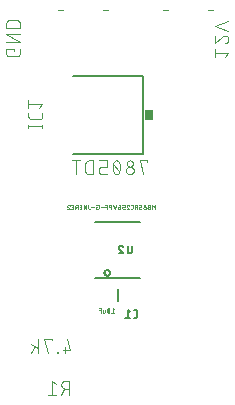
<source format=gbr>
G04 EAGLE Gerber RS-274X export*
G75*
%MOIN*%
%FSLAX34Y34*%
%LPD*%
%INSilkscreen Bottom*%
%IPPOS*%
%AMOC8*
5,1,8,0,0,1.08239X$1,22.5*%
G01*
%ADD10C,0.004000*%
%ADD11C,0.000000*%
%ADD12C,0.008000*%
%ADD13C,0.006000*%
%ADD14C,0.002000*%
%ADD15R,0.030000X0.034000*%


D10*
X22087Y26933D02*
X22189Y27061D01*
X21729Y27061D01*
X21729Y26933D02*
X21729Y27189D01*
X22074Y27639D02*
X22094Y27637D01*
X22113Y27632D01*
X22132Y27624D01*
X22148Y27612D01*
X22162Y27598D01*
X22174Y27582D01*
X22182Y27563D01*
X22187Y27544D01*
X22189Y27524D01*
X22190Y27524D02*
X22188Y27501D01*
X22183Y27478D01*
X22174Y27457D01*
X22162Y27437D01*
X22147Y27419D01*
X22129Y27404D01*
X22109Y27392D01*
X22088Y27383D01*
X21984Y27601D02*
X21999Y27614D01*
X22016Y27625D01*
X22035Y27633D01*
X22054Y27637D01*
X22074Y27639D01*
X21985Y27600D02*
X21729Y27383D01*
X21729Y27639D01*
X21729Y27961D02*
X22189Y27808D01*
X22189Y28114D02*
X21729Y27961D01*
D11*
X21656Y28490D02*
X21659Y28500D01*
X21654Y28497D02*
X21656Y28490D01*
X21652Y28490D02*
X21654Y28497D01*
X21650Y28500D02*
X21652Y28490D01*
X21646Y28490D02*
X21646Y28500D01*
X21647Y28490D02*
X21645Y28490D01*
X21647Y28500D02*
X21645Y28500D01*
X21641Y28500D02*
X21641Y28490D01*
X21641Y28500D02*
X21638Y28500D01*
X21636Y28499D01*
X21635Y28498D01*
X21635Y28496D01*
X21636Y28495D01*
X21638Y28494D01*
X21641Y28494D01*
X21638Y28494D02*
X21636Y28490D01*
X21632Y28490D02*
X21627Y28490D01*
X21632Y28490D02*
X21632Y28500D01*
X21627Y28500D01*
X21629Y28496D02*
X21632Y28496D01*
X21624Y28500D02*
X21624Y28490D01*
X21624Y28500D02*
X21621Y28500D01*
X21619Y28499D01*
X21618Y28498D01*
X21618Y28496D01*
X21619Y28495D01*
X21621Y28494D01*
X21624Y28494D01*
X21616Y28490D02*
X21613Y28500D01*
X21609Y28490D01*
X21610Y28493D02*
X21615Y28493D01*
X21606Y28490D02*
X21606Y28500D01*
X21603Y28500D01*
X21602Y28500D01*
X21600Y28499D01*
X21600Y28497D01*
X21600Y28493D01*
X21600Y28492D01*
X21602Y28490D01*
X21603Y28490D01*
X21606Y28490D01*
X21594Y28490D02*
X21593Y28490D01*
X21592Y28491D01*
X21592Y28492D01*
X21594Y28490D02*
X21596Y28490D01*
X21598Y28491D01*
X21597Y28498D02*
X21597Y28499D01*
X21596Y28500D01*
X21595Y28500D01*
X21593Y28499D01*
X21596Y28496D02*
X21597Y28497D01*
X21597Y28498D01*
X21593Y28494D02*
X21592Y28493D01*
X21592Y28492D01*
X21593Y28494D02*
X21596Y28496D01*
X21588Y28500D02*
X21588Y28490D01*
X21585Y28494D02*
X21588Y28500D01*
X21585Y28494D02*
X21581Y28500D01*
X21581Y28490D01*
X21577Y28490D02*
X21577Y28500D01*
X21574Y28500D01*
X21573Y28500D01*
X21571Y28499D01*
X21571Y28497D01*
X21572Y28497D02*
X21572Y28493D01*
X21571Y28493D02*
X21571Y28492D01*
X21573Y28490D01*
X21574Y28490D01*
X21577Y28490D01*
X21565Y28501D02*
X21564Y28501D01*
X21562Y28500D01*
X21562Y28498D01*
X21565Y28500D02*
X21567Y28499D01*
X21568Y28498D01*
X21563Y28496D02*
X21562Y28497D01*
X21562Y28498D01*
X21563Y28496D02*
X21568Y28490D01*
X21562Y28490D01*
X21559Y28490D02*
X21559Y28490D01*
X21559Y28491D01*
X21559Y28491D01*
X21559Y28490D01*
X21559Y28488D01*
X21555Y28490D02*
X21552Y28490D01*
X21551Y28490D01*
X21550Y28491D01*
X21550Y28492D01*
X21550Y28493D01*
X21550Y28494D01*
X21551Y28495D01*
X21552Y28495D01*
X21552Y28496D02*
X21555Y28496D01*
X21555Y28500D01*
X21550Y28500D01*
X21544Y28500D02*
X21546Y28492D01*
X21541Y28492D01*
X21542Y28494D02*
X21542Y28490D01*
X21537Y28494D02*
X21531Y28494D01*
X21527Y28490D02*
X21524Y28490D01*
X21523Y28490D01*
X21522Y28491D01*
X21522Y28492D01*
X21522Y28493D01*
X21522Y28494D01*
X21523Y28495D01*
X21524Y28495D01*
X21524Y28496D02*
X21527Y28496D01*
X21527Y28500D01*
X21522Y28500D01*
X21518Y28490D02*
X21518Y28490D01*
X21518Y28491D01*
X21518Y28491D01*
X21518Y28490D01*
X21519Y28488D01*
X21514Y28495D02*
X21513Y28499D01*
X21514Y28499D02*
X21513Y28500D01*
X21512Y28500D01*
X21511Y28500D01*
X21510Y28499D01*
X21509Y28495D01*
X21513Y28491D02*
X21514Y28495D01*
X21514Y28491D02*
X21513Y28490D01*
X21512Y28490D01*
X21510Y28491D02*
X21509Y28495D01*
X21510Y28491D02*
X21511Y28490D01*
X21512Y28490D01*
X21514Y28492D02*
X21510Y28498D01*
X21506Y28493D02*
X21505Y28495D01*
X21504Y28496D01*
X21502Y28496D01*
X21501Y28495D01*
X21500Y28493D01*
X21501Y28491D01*
X21502Y28490D01*
X21504Y28490D01*
X21505Y28491D01*
X21506Y28493D01*
X21505Y28498D02*
X21505Y28499D01*
X21504Y28500D01*
X21502Y28500D01*
X21501Y28499D01*
X21501Y28498D01*
X21501Y28497D01*
X21502Y28496D01*
X21504Y28496D01*
X21505Y28497D01*
X21505Y28498D01*
D12*
X18500Y19200D02*
X18500Y18800D01*
D13*
X19025Y18235D02*
X19083Y18235D01*
X19096Y18236D01*
X19108Y18241D01*
X19119Y18248D01*
X19128Y18257D01*
X19135Y18268D01*
X19140Y18280D01*
X19141Y18293D01*
X19141Y18437D01*
X19140Y18450D01*
X19135Y18462D01*
X19128Y18473D01*
X19119Y18482D01*
X19108Y18489D01*
X19096Y18494D01*
X19083Y18495D01*
X19025Y18495D01*
X18899Y18437D02*
X18827Y18495D01*
X18827Y18235D01*
X18899Y18235D02*
X18755Y18235D01*
D14*
X18365Y18519D02*
X18326Y18550D01*
X18326Y18410D01*
X18365Y18410D02*
X18287Y18410D01*
X18221Y18480D02*
X18220Y18497D01*
X18216Y18514D01*
X18209Y18530D01*
X18205Y18538D01*
X18199Y18545D01*
X18191Y18549D01*
X18182Y18550D01*
X18173Y18549D01*
X18165Y18545D01*
X18159Y18538D01*
X18155Y18530D01*
X18156Y18530D02*
X18149Y18514D01*
X18145Y18497D01*
X18144Y18480D01*
X18221Y18480D02*
X18220Y18463D01*
X18216Y18446D01*
X18209Y18430D01*
X18205Y18422D01*
X18199Y18415D01*
X18191Y18411D01*
X18182Y18410D01*
X18156Y18430D02*
X18149Y18446D01*
X18145Y18463D01*
X18144Y18480D01*
X18155Y18430D02*
X18159Y18422D01*
X18165Y18415D01*
X18173Y18411D01*
X18182Y18410D01*
X18213Y18441D02*
X18151Y18519D01*
X18074Y18503D02*
X18074Y18433D01*
X18072Y18424D01*
X18067Y18417D01*
X18060Y18412D01*
X18051Y18410D01*
X18012Y18410D01*
X18012Y18503D01*
X17937Y18550D02*
X17937Y18410D01*
X17937Y18550D02*
X17875Y18550D01*
X17875Y18488D02*
X17937Y18488D01*
D11*
X18156Y28490D02*
X18159Y28500D01*
X18154Y28497D02*
X18156Y28490D01*
X18152Y28490D02*
X18154Y28497D01*
X18150Y28500D02*
X18152Y28490D01*
X18146Y28490D02*
X18146Y28500D01*
X18147Y28490D02*
X18145Y28490D01*
X18147Y28500D02*
X18145Y28500D01*
X18141Y28500D02*
X18141Y28490D01*
X18141Y28500D02*
X18138Y28500D01*
X18136Y28499D01*
X18135Y28498D01*
X18135Y28496D01*
X18136Y28495D01*
X18138Y28494D01*
X18141Y28494D01*
X18138Y28494D02*
X18136Y28490D01*
X18132Y28490D02*
X18127Y28490D01*
X18132Y28490D02*
X18132Y28500D01*
X18127Y28500D01*
X18129Y28496D02*
X18132Y28496D01*
X18124Y28500D02*
X18124Y28490D01*
X18124Y28500D02*
X18121Y28500D01*
X18119Y28499D01*
X18118Y28498D01*
X18118Y28496D01*
X18119Y28495D01*
X18121Y28494D01*
X18124Y28494D01*
X18116Y28490D02*
X18113Y28500D01*
X18109Y28490D01*
X18110Y28493D02*
X18115Y28493D01*
X18106Y28490D02*
X18106Y28500D01*
X18103Y28500D01*
X18102Y28500D01*
X18100Y28499D01*
X18100Y28497D01*
X18100Y28493D01*
X18100Y28492D01*
X18102Y28490D01*
X18103Y28490D01*
X18106Y28490D01*
X18094Y28490D02*
X18093Y28490D01*
X18092Y28491D01*
X18092Y28492D01*
X18094Y28490D02*
X18096Y28490D01*
X18098Y28491D01*
X18097Y28498D02*
X18097Y28499D01*
X18096Y28500D01*
X18095Y28500D01*
X18093Y28499D01*
X18096Y28496D02*
X18097Y28497D01*
X18097Y28498D01*
X18093Y28494D02*
X18092Y28493D01*
X18092Y28492D01*
X18093Y28494D02*
X18096Y28496D01*
X18088Y28500D02*
X18088Y28490D01*
X18085Y28494D02*
X18088Y28500D01*
X18085Y28494D02*
X18081Y28500D01*
X18081Y28490D01*
X18077Y28490D02*
X18077Y28500D01*
X18074Y28500D01*
X18073Y28500D01*
X18071Y28499D01*
X18071Y28497D01*
X18072Y28497D02*
X18072Y28493D01*
X18071Y28493D02*
X18071Y28492D01*
X18073Y28490D01*
X18074Y28490D01*
X18077Y28490D01*
X18065Y28501D02*
X18064Y28501D01*
X18062Y28500D01*
X18062Y28498D01*
X18065Y28500D02*
X18067Y28499D01*
X18068Y28498D01*
X18063Y28496D02*
X18062Y28497D01*
X18062Y28498D01*
X18063Y28496D02*
X18068Y28490D01*
X18062Y28490D01*
X18059Y28490D02*
X18059Y28490D01*
X18059Y28491D01*
X18059Y28491D01*
X18059Y28490D01*
X18059Y28488D01*
X18055Y28490D02*
X18052Y28490D01*
X18051Y28490D01*
X18050Y28491D01*
X18050Y28492D01*
X18050Y28493D01*
X18050Y28494D01*
X18051Y28495D01*
X18052Y28495D01*
X18052Y28496D02*
X18055Y28496D01*
X18055Y28500D01*
X18050Y28500D01*
X18044Y28500D02*
X18046Y28492D01*
X18041Y28492D01*
X18042Y28494D02*
X18042Y28490D01*
X18037Y28494D02*
X18031Y28494D01*
X18027Y28490D02*
X18024Y28490D01*
X18023Y28490D01*
X18022Y28491D01*
X18022Y28492D01*
X18022Y28493D01*
X18022Y28494D01*
X18023Y28495D01*
X18024Y28495D01*
X18024Y28496D02*
X18027Y28496D01*
X18027Y28500D01*
X18022Y28500D01*
X18018Y28490D02*
X18018Y28490D01*
X18018Y28491D01*
X18018Y28491D01*
X18018Y28490D01*
X18019Y28488D01*
X18014Y28495D02*
X18013Y28499D01*
X18014Y28499D02*
X18013Y28500D01*
X18012Y28500D01*
X18011Y28500D01*
X18010Y28499D01*
X18009Y28495D01*
X18013Y28491D02*
X18014Y28495D01*
X18014Y28491D02*
X18013Y28490D01*
X18012Y28490D01*
X18010Y28491D02*
X18009Y28495D01*
X18010Y28491D02*
X18011Y28490D01*
X18012Y28490D01*
X18014Y28492D02*
X18010Y28498D01*
X18006Y28493D02*
X18005Y28495D01*
X18004Y28496D01*
X18002Y28496D01*
X18001Y28495D01*
X18000Y28493D01*
X18001Y28491D01*
X18002Y28490D01*
X18004Y28490D01*
X18005Y28491D01*
X18006Y28493D01*
X18005Y28498D02*
X18005Y28499D01*
X18004Y28500D01*
X18002Y28500D01*
X18001Y28499D01*
X18001Y28498D01*
X18001Y28497D01*
X18002Y28496D01*
X18004Y28496D01*
X18005Y28497D01*
X18005Y28498D01*
X20156Y28490D02*
X20159Y28500D01*
X20154Y28497D02*
X20156Y28490D01*
X20152Y28490D02*
X20154Y28497D01*
X20150Y28500D02*
X20152Y28490D01*
X20146Y28490D02*
X20146Y28500D01*
X20147Y28490D02*
X20145Y28490D01*
X20147Y28500D02*
X20145Y28500D01*
X20141Y28500D02*
X20141Y28490D01*
X20141Y28500D02*
X20138Y28500D01*
X20136Y28499D01*
X20135Y28498D01*
X20135Y28496D01*
X20136Y28495D01*
X20138Y28494D01*
X20141Y28494D01*
X20138Y28494D02*
X20136Y28490D01*
X20132Y28490D02*
X20127Y28490D01*
X20132Y28490D02*
X20132Y28500D01*
X20127Y28500D01*
X20129Y28496D02*
X20132Y28496D01*
X20124Y28500D02*
X20124Y28490D01*
X20124Y28500D02*
X20121Y28500D01*
X20119Y28499D01*
X20118Y28498D01*
X20118Y28496D01*
X20119Y28495D01*
X20121Y28494D01*
X20124Y28494D01*
X20116Y28490D02*
X20113Y28500D01*
X20109Y28490D01*
X20110Y28493D02*
X20115Y28493D01*
X20106Y28490D02*
X20106Y28500D01*
X20103Y28500D01*
X20102Y28500D01*
X20100Y28499D01*
X20100Y28497D01*
X20100Y28493D01*
X20100Y28492D01*
X20102Y28490D01*
X20103Y28490D01*
X20106Y28490D01*
X20094Y28490D02*
X20093Y28490D01*
X20092Y28491D01*
X20092Y28492D01*
X20094Y28490D02*
X20096Y28490D01*
X20098Y28491D01*
X20097Y28498D02*
X20097Y28499D01*
X20096Y28500D01*
X20095Y28500D01*
X20093Y28499D01*
X20096Y28496D02*
X20097Y28497D01*
X20097Y28498D01*
X20093Y28494D02*
X20092Y28493D01*
X20092Y28492D01*
X20093Y28494D02*
X20096Y28496D01*
X20088Y28500D02*
X20088Y28490D01*
X20085Y28494D02*
X20088Y28500D01*
X20085Y28494D02*
X20081Y28500D01*
X20081Y28490D01*
X20077Y28490D02*
X20077Y28500D01*
X20074Y28500D01*
X20073Y28500D01*
X20071Y28499D01*
X20071Y28497D01*
X20072Y28497D02*
X20072Y28493D01*
X20071Y28493D02*
X20071Y28492D01*
X20073Y28490D01*
X20074Y28490D01*
X20077Y28490D01*
X20065Y28501D02*
X20064Y28501D01*
X20062Y28500D01*
X20062Y28498D01*
X20065Y28500D02*
X20067Y28499D01*
X20068Y28498D01*
X20063Y28496D02*
X20062Y28497D01*
X20062Y28498D01*
X20063Y28496D02*
X20068Y28490D01*
X20062Y28490D01*
X20059Y28490D02*
X20059Y28490D01*
X20059Y28491D01*
X20059Y28491D01*
X20059Y28490D01*
X20059Y28488D01*
X20055Y28490D02*
X20052Y28490D01*
X20051Y28490D01*
X20050Y28491D01*
X20050Y28492D01*
X20050Y28493D01*
X20050Y28494D01*
X20051Y28495D01*
X20052Y28495D01*
X20052Y28496D02*
X20055Y28496D01*
X20055Y28500D01*
X20050Y28500D01*
X20044Y28500D02*
X20046Y28492D01*
X20041Y28492D01*
X20042Y28494D02*
X20042Y28490D01*
X20037Y28494D02*
X20031Y28494D01*
X20027Y28490D02*
X20024Y28490D01*
X20023Y28490D01*
X20022Y28491D01*
X20022Y28492D01*
X20022Y28493D01*
X20022Y28494D01*
X20023Y28495D01*
X20024Y28495D01*
X20024Y28496D02*
X20027Y28496D01*
X20027Y28500D01*
X20022Y28500D01*
X20018Y28490D02*
X20018Y28490D01*
X20018Y28491D01*
X20018Y28491D01*
X20018Y28490D01*
X20019Y28488D01*
X20014Y28495D02*
X20013Y28499D01*
X20014Y28499D02*
X20013Y28500D01*
X20012Y28500D01*
X20011Y28500D01*
X20010Y28499D01*
X20009Y28495D01*
X20013Y28491D02*
X20014Y28495D01*
X20014Y28491D02*
X20013Y28490D01*
X20012Y28490D01*
X20010Y28491D02*
X20009Y28495D01*
X20010Y28491D02*
X20011Y28490D01*
X20012Y28490D01*
X20014Y28492D02*
X20010Y28498D01*
X20006Y28493D02*
X20005Y28495D01*
X20004Y28496D01*
X20002Y28496D01*
X20001Y28495D01*
X20000Y28493D01*
X20001Y28491D01*
X20002Y28490D01*
X20004Y28490D01*
X20005Y28491D01*
X20006Y28493D01*
X20005Y28498D02*
X20005Y28499D01*
X20004Y28500D01*
X20002Y28500D01*
X20001Y28499D01*
X20001Y28498D01*
X20001Y28497D01*
X20002Y28496D01*
X20004Y28496D01*
X20005Y28497D01*
X20005Y28498D01*
D10*
X15035Y27204D02*
X15035Y27128D01*
X15035Y27204D02*
X14779Y27204D01*
X14779Y27051D01*
X14780Y27051D02*
X14782Y27033D01*
X14786Y27016D01*
X14794Y27000D01*
X14804Y26985D01*
X14816Y26973D01*
X14831Y26963D01*
X14847Y26955D01*
X14864Y26951D01*
X14882Y26949D01*
X15137Y26949D01*
X15157Y26951D01*
X15176Y26957D01*
X15194Y26966D01*
X15209Y26979D01*
X15222Y26994D01*
X15231Y27012D01*
X15237Y27031D01*
X15239Y27051D01*
X15239Y27204D01*
X15239Y27429D02*
X14779Y27429D01*
X14779Y27684D02*
X15239Y27429D01*
X15239Y27684D02*
X14779Y27684D01*
X14779Y27909D02*
X15239Y27909D01*
X15239Y28036D01*
X15240Y28036D02*
X15238Y28056D01*
X15234Y28076D01*
X15226Y28094D01*
X15216Y28111D01*
X15203Y28127D01*
X15187Y28140D01*
X15170Y28150D01*
X15152Y28158D01*
X15132Y28162D01*
X15112Y28164D01*
X14907Y28164D01*
X14887Y28162D01*
X14867Y28158D01*
X14849Y28150D01*
X14832Y28140D01*
X14816Y28127D01*
X14803Y28111D01*
X14793Y28094D01*
X14785Y28076D01*
X14781Y28056D01*
X14779Y28036D01*
X14779Y27909D01*
D11*
X16656Y28490D02*
X16659Y28500D01*
X16654Y28497D02*
X16656Y28490D01*
X16652Y28490D02*
X16654Y28497D01*
X16650Y28500D02*
X16652Y28490D01*
X16646Y28490D02*
X16646Y28500D01*
X16647Y28490D02*
X16645Y28490D01*
X16647Y28500D02*
X16645Y28500D01*
X16641Y28500D02*
X16641Y28490D01*
X16641Y28500D02*
X16638Y28500D01*
X16636Y28499D01*
X16635Y28498D01*
X16635Y28496D01*
X16636Y28495D01*
X16638Y28494D01*
X16641Y28494D01*
X16638Y28494D02*
X16636Y28490D01*
X16632Y28490D02*
X16627Y28490D01*
X16632Y28490D02*
X16632Y28500D01*
X16627Y28500D01*
X16629Y28496D02*
X16632Y28496D01*
X16624Y28500D02*
X16624Y28490D01*
X16624Y28500D02*
X16621Y28500D01*
X16619Y28499D01*
X16618Y28498D01*
X16618Y28496D01*
X16619Y28495D01*
X16621Y28494D01*
X16624Y28494D01*
X16616Y28490D02*
X16613Y28500D01*
X16609Y28490D01*
X16610Y28493D02*
X16615Y28493D01*
X16606Y28490D02*
X16606Y28500D01*
X16603Y28500D01*
X16602Y28500D01*
X16600Y28499D01*
X16600Y28497D01*
X16600Y28493D01*
X16600Y28492D01*
X16602Y28490D01*
X16603Y28490D01*
X16606Y28490D01*
X16594Y28490D02*
X16593Y28490D01*
X16592Y28491D01*
X16592Y28492D01*
X16594Y28490D02*
X16596Y28490D01*
X16598Y28491D01*
X16597Y28498D02*
X16597Y28499D01*
X16596Y28500D01*
X16595Y28500D01*
X16593Y28499D01*
X16596Y28496D02*
X16597Y28497D01*
X16597Y28498D01*
X16593Y28494D02*
X16592Y28493D01*
X16592Y28492D01*
X16593Y28494D02*
X16596Y28496D01*
X16588Y28500D02*
X16588Y28490D01*
X16585Y28494D02*
X16588Y28500D01*
X16585Y28494D02*
X16581Y28500D01*
X16581Y28490D01*
X16577Y28490D02*
X16577Y28500D01*
X16574Y28500D01*
X16573Y28500D01*
X16571Y28499D01*
X16571Y28497D01*
X16572Y28497D02*
X16572Y28493D01*
X16571Y28493D02*
X16571Y28492D01*
X16573Y28490D01*
X16574Y28490D01*
X16577Y28490D01*
X16565Y28501D02*
X16564Y28501D01*
X16562Y28500D01*
X16562Y28498D01*
X16565Y28500D02*
X16567Y28499D01*
X16568Y28498D01*
X16563Y28496D02*
X16562Y28497D01*
X16562Y28498D01*
X16563Y28496D02*
X16568Y28490D01*
X16562Y28490D01*
X16559Y28490D02*
X16559Y28490D01*
X16559Y28491D01*
X16559Y28491D01*
X16559Y28490D01*
X16559Y28488D01*
X16555Y28490D02*
X16552Y28490D01*
X16551Y28490D01*
X16550Y28491D01*
X16550Y28492D01*
X16550Y28493D01*
X16550Y28494D01*
X16551Y28495D01*
X16552Y28495D01*
X16552Y28496D02*
X16555Y28496D01*
X16555Y28500D01*
X16550Y28500D01*
X16544Y28500D02*
X16546Y28492D01*
X16541Y28492D01*
X16542Y28494D02*
X16542Y28490D01*
X16537Y28494D02*
X16531Y28494D01*
X16527Y28490D02*
X16524Y28490D01*
X16523Y28490D01*
X16522Y28491D01*
X16522Y28492D01*
X16522Y28493D01*
X16522Y28494D01*
X16523Y28495D01*
X16524Y28495D01*
X16524Y28496D02*
X16527Y28496D01*
X16527Y28500D01*
X16522Y28500D01*
X16518Y28490D02*
X16518Y28490D01*
X16518Y28491D01*
X16518Y28491D01*
X16518Y28490D01*
X16519Y28488D01*
X16514Y28495D02*
X16513Y28499D01*
X16514Y28499D02*
X16513Y28500D01*
X16512Y28500D01*
X16511Y28500D01*
X16510Y28499D01*
X16509Y28495D01*
X16513Y28491D02*
X16514Y28495D01*
X16514Y28491D02*
X16513Y28490D01*
X16512Y28490D01*
X16510Y28491D02*
X16509Y28495D01*
X16510Y28491D02*
X16511Y28490D01*
X16512Y28490D01*
X16514Y28492D02*
X16510Y28498D01*
X16506Y28493D02*
X16505Y28495D01*
X16504Y28496D01*
X16502Y28496D01*
X16501Y28495D01*
X16500Y28493D01*
X16501Y28491D01*
X16502Y28490D01*
X16504Y28490D01*
X16505Y28491D01*
X16506Y28493D01*
X16505Y28498D02*
X16505Y28499D01*
X16504Y28500D01*
X16502Y28500D01*
X16501Y28499D01*
X16501Y28498D01*
X16501Y28497D01*
X16502Y28496D01*
X16504Y28496D01*
X16505Y28497D01*
X16505Y28498D01*
D12*
X16990Y23710D02*
X19350Y23710D01*
X19350Y26290D01*
X16990Y26290D01*
D15*
X19540Y25000D03*
D10*
X15980Y24617D02*
X15520Y24617D01*
X15520Y24566D02*
X15520Y24668D01*
X15980Y24668D02*
X15980Y24566D01*
X15520Y24950D02*
X15520Y25053D01*
X15520Y24950D02*
X15522Y24932D01*
X15526Y24915D01*
X15534Y24899D01*
X15544Y24884D01*
X15556Y24872D01*
X15571Y24862D01*
X15587Y24854D01*
X15604Y24850D01*
X15622Y24848D01*
X15878Y24848D01*
X15898Y24850D01*
X15917Y24856D01*
X15935Y24865D01*
X15950Y24878D01*
X15963Y24893D01*
X15972Y24911D01*
X15978Y24930D01*
X15980Y24950D01*
X15980Y25053D01*
X15878Y25224D02*
X15980Y25352D01*
X15520Y25352D01*
X15520Y25224D02*
X15520Y25480D01*
X19480Y23480D02*
X19480Y23429D01*
X19480Y23480D02*
X19224Y23480D01*
X19352Y23020D01*
X19030Y23148D02*
X19028Y23169D01*
X19023Y23190D01*
X19015Y23209D01*
X19003Y23227D01*
X18989Y23242D01*
X18972Y23255D01*
X18953Y23265D01*
X18933Y23272D01*
X18913Y23276D01*
X18891Y23276D01*
X18871Y23272D01*
X18851Y23265D01*
X18832Y23255D01*
X18815Y23242D01*
X18801Y23227D01*
X18789Y23209D01*
X18781Y23190D01*
X18776Y23169D01*
X18774Y23148D01*
X18776Y23127D01*
X18781Y23106D01*
X18789Y23087D01*
X18801Y23069D01*
X18815Y23054D01*
X18832Y23041D01*
X18851Y23031D01*
X18871Y23024D01*
X18891Y23020D01*
X18913Y23020D01*
X18933Y23024D01*
X18953Y23031D01*
X18972Y23041D01*
X18989Y23054D01*
X19003Y23069D01*
X19015Y23087D01*
X19023Y23106D01*
X19028Y23127D01*
X19030Y23148D01*
X19004Y23378D02*
X19002Y23397D01*
X18997Y23415D01*
X18989Y23432D01*
X18977Y23447D01*
X18963Y23459D01*
X18947Y23469D01*
X18930Y23476D01*
X18911Y23480D01*
X18893Y23480D01*
X18874Y23476D01*
X18857Y23469D01*
X18841Y23459D01*
X18827Y23447D01*
X18815Y23432D01*
X18807Y23415D01*
X18802Y23397D01*
X18800Y23378D01*
X18802Y23359D01*
X18807Y23341D01*
X18815Y23324D01*
X18827Y23309D01*
X18841Y23297D01*
X18857Y23287D01*
X18874Y23280D01*
X18893Y23276D01*
X18911Y23276D01*
X18930Y23280D01*
X18947Y23287D01*
X18963Y23297D01*
X18977Y23309D01*
X18989Y23324D01*
X18997Y23341D01*
X19002Y23359D01*
X19004Y23378D01*
X18580Y23250D02*
X18578Y23284D01*
X18574Y23318D01*
X18566Y23352D01*
X18555Y23385D01*
X18542Y23416D01*
X18535Y23431D01*
X18526Y23445D01*
X18514Y23457D01*
X18500Y23467D01*
X18485Y23474D01*
X18469Y23479D01*
X18452Y23480D01*
X18435Y23479D01*
X18419Y23474D01*
X18404Y23467D01*
X18390Y23457D01*
X18378Y23445D01*
X18369Y23431D01*
X18362Y23416D01*
X18363Y23416D02*
X18350Y23385D01*
X18339Y23352D01*
X18331Y23318D01*
X18327Y23284D01*
X18325Y23250D01*
X18580Y23250D02*
X18578Y23216D01*
X18574Y23182D01*
X18566Y23148D01*
X18555Y23115D01*
X18542Y23084D01*
X18535Y23069D01*
X18526Y23055D01*
X18514Y23043D01*
X18500Y23033D01*
X18485Y23026D01*
X18469Y23021D01*
X18452Y23020D01*
X18363Y23084D02*
X18350Y23115D01*
X18339Y23148D01*
X18331Y23182D01*
X18327Y23216D01*
X18325Y23250D01*
X18362Y23084D02*
X18369Y23069D01*
X18378Y23055D01*
X18390Y23043D01*
X18404Y23033D01*
X18419Y23026D01*
X18435Y23021D01*
X18452Y23020D01*
X18554Y23122D02*
X18350Y23378D01*
X18130Y23020D02*
X17977Y23020D01*
X17959Y23022D01*
X17942Y23026D01*
X17926Y23034D01*
X17911Y23044D01*
X17899Y23056D01*
X17889Y23071D01*
X17881Y23087D01*
X17877Y23104D01*
X17875Y23122D01*
X17874Y23122D02*
X17874Y23173D01*
X17875Y23173D02*
X17877Y23191D01*
X17881Y23208D01*
X17889Y23224D01*
X17899Y23239D01*
X17911Y23251D01*
X17926Y23261D01*
X17942Y23269D01*
X17959Y23273D01*
X17977Y23275D01*
X17977Y23276D02*
X18130Y23276D01*
X18130Y23480D01*
X17874Y23480D01*
X17665Y23480D02*
X17665Y23020D01*
X17665Y23480D02*
X17537Y23480D01*
X17517Y23478D01*
X17497Y23474D01*
X17479Y23466D01*
X17462Y23456D01*
X17446Y23443D01*
X17433Y23427D01*
X17423Y23410D01*
X17415Y23392D01*
X17411Y23372D01*
X17409Y23352D01*
X17409Y23148D01*
X17411Y23128D01*
X17415Y23108D01*
X17423Y23090D01*
X17433Y23073D01*
X17446Y23057D01*
X17462Y23044D01*
X17479Y23034D01*
X17497Y23026D01*
X17517Y23022D01*
X17537Y23020D01*
X17665Y23020D01*
X17102Y23020D02*
X17102Y23480D01*
X17230Y23480D02*
X16974Y23480D01*
X16873Y16130D02*
X16873Y15670D01*
X16873Y16130D02*
X16745Y16130D01*
X16724Y16128D01*
X16703Y16123D01*
X16684Y16115D01*
X16666Y16103D01*
X16651Y16089D01*
X16638Y16072D01*
X16628Y16053D01*
X16621Y16033D01*
X16617Y16013D01*
X16617Y15991D01*
X16621Y15971D01*
X16628Y15951D01*
X16638Y15932D01*
X16651Y15915D01*
X16666Y15901D01*
X16684Y15889D01*
X16703Y15881D01*
X16724Y15876D01*
X16745Y15874D01*
X16873Y15874D01*
X16719Y15874D02*
X16617Y15670D01*
X16426Y16028D02*
X16298Y16130D01*
X16298Y15670D01*
X16426Y15670D02*
X16170Y15670D01*
X16920Y17172D02*
X16818Y17530D01*
X16920Y17172D02*
X16665Y17172D01*
X16741Y17274D02*
X16741Y17070D01*
X16490Y17070D02*
X16490Y17096D01*
X16465Y17096D01*
X16465Y17070D01*
X16490Y17070D01*
X16290Y17479D02*
X16290Y17530D01*
X16035Y17530D01*
X16163Y17070D01*
X15824Y17070D02*
X15824Y17530D01*
X15620Y17377D02*
X15824Y17223D01*
X15735Y17287D02*
X15620Y17070D01*
D12*
X17752Y19555D02*
X19248Y19555D01*
X19248Y21445D02*
X17752Y21445D01*
X18050Y19740D02*
X18052Y19760D01*
X18058Y19778D01*
X18067Y19796D01*
X18079Y19811D01*
X18094Y19823D01*
X18112Y19832D01*
X18130Y19838D01*
X18150Y19840D01*
X18170Y19838D01*
X18188Y19832D01*
X18206Y19823D01*
X18221Y19811D01*
X18233Y19796D01*
X18242Y19778D01*
X18248Y19760D01*
X18250Y19740D01*
X18248Y19720D01*
X18242Y19702D01*
X18233Y19684D01*
X18221Y19669D01*
X18206Y19657D01*
X18188Y19648D01*
X18170Y19642D01*
X18150Y19640D01*
X18130Y19642D01*
X18112Y19648D01*
X18094Y19657D01*
X18079Y19669D01*
X18067Y19684D01*
X18058Y19702D01*
X18052Y19720D01*
X18050Y19740D01*
D13*
X18970Y20452D02*
X18970Y20640D01*
X18970Y20452D02*
X18968Y20436D01*
X18963Y20421D01*
X18954Y20407D01*
X18943Y20396D01*
X18929Y20387D01*
X18914Y20382D01*
X18898Y20380D01*
X18882Y20382D01*
X18867Y20387D01*
X18853Y20396D01*
X18842Y20407D01*
X18833Y20421D01*
X18828Y20436D01*
X18826Y20452D01*
X18826Y20640D01*
X18593Y20640D02*
X18579Y20638D01*
X18565Y20634D01*
X18552Y20626D01*
X18542Y20616D01*
X18534Y20603D01*
X18530Y20589D01*
X18528Y20575D01*
X18593Y20640D02*
X18610Y20638D01*
X18627Y20633D01*
X18642Y20624D01*
X18655Y20612D01*
X18666Y20598D01*
X18673Y20582D01*
X18550Y20524D02*
X18541Y20535D01*
X18534Y20547D01*
X18529Y20561D01*
X18528Y20575D01*
X18550Y20524D02*
X18672Y20380D01*
X18528Y20380D01*
D14*
X19740Y21860D02*
X19740Y22000D01*
X19693Y21922D01*
X19647Y22000D01*
X19647Y21860D01*
X19566Y21938D02*
X19527Y21938D01*
X19516Y21936D01*
X19506Y21932D01*
X19498Y21925D01*
X19492Y21915D01*
X19488Y21905D01*
X19488Y21893D01*
X19492Y21883D01*
X19498Y21873D01*
X19506Y21866D01*
X19516Y21862D01*
X19527Y21860D01*
X19566Y21860D01*
X19566Y22000D01*
X19527Y22000D01*
X19517Y21998D01*
X19509Y21994D01*
X19502Y21987D01*
X19498Y21979D01*
X19496Y21969D01*
X19498Y21959D01*
X19502Y21951D01*
X19509Y21944D01*
X19517Y21940D01*
X19527Y21938D01*
X19430Y21899D02*
X19428Y21910D01*
X19424Y21920D01*
X19417Y21928D01*
X19407Y21934D01*
X19397Y21938D01*
X19385Y21938D01*
X19375Y21934D01*
X19365Y21928D01*
X19358Y21920D01*
X19354Y21910D01*
X19352Y21899D01*
X19354Y21888D01*
X19358Y21878D01*
X19365Y21870D01*
X19375Y21864D01*
X19385Y21860D01*
X19397Y21860D01*
X19407Y21864D01*
X19417Y21870D01*
X19424Y21878D01*
X19428Y21888D01*
X19430Y21899D01*
X19422Y21969D02*
X19420Y21979D01*
X19416Y21987D01*
X19409Y21994D01*
X19401Y21998D01*
X19391Y22000D01*
X19381Y21998D01*
X19373Y21994D01*
X19366Y21987D01*
X19362Y21979D01*
X19360Y21969D01*
X19362Y21959D01*
X19366Y21951D01*
X19373Y21944D01*
X19381Y21940D01*
X19391Y21938D01*
X19401Y21940D01*
X19409Y21944D01*
X19416Y21951D01*
X19420Y21959D01*
X19422Y21969D01*
X19286Y21860D02*
X19239Y21860D01*
X19229Y21862D01*
X19221Y21866D01*
X19214Y21873D01*
X19210Y21881D01*
X19208Y21891D01*
X19208Y21907D01*
X19210Y21917D01*
X19214Y21925D01*
X19221Y21932D01*
X19229Y21936D01*
X19239Y21938D01*
X19286Y21938D01*
X19286Y22000D01*
X19208Y22000D01*
X19136Y22000D02*
X19136Y21860D01*
X19136Y22000D02*
X19097Y22000D01*
X19086Y21998D01*
X19076Y21994D01*
X19068Y21987D01*
X19062Y21977D01*
X19058Y21967D01*
X19058Y21955D01*
X19062Y21945D01*
X19068Y21935D01*
X19076Y21928D01*
X19086Y21924D01*
X19097Y21922D01*
X19136Y21922D01*
X19089Y21922D02*
X19058Y21860D01*
X18962Y21860D02*
X18931Y21860D01*
X18962Y21860D02*
X18972Y21862D01*
X18980Y21866D01*
X18987Y21873D01*
X18991Y21881D01*
X18993Y21891D01*
X18994Y21891D02*
X18994Y21969D01*
X18993Y21969D02*
X18991Y21979D01*
X18987Y21987D01*
X18980Y21994D01*
X18972Y21998D01*
X18962Y22000D01*
X18931Y22000D01*
X18830Y22000D02*
X18819Y21998D01*
X18809Y21993D01*
X18802Y21986D01*
X18797Y21976D01*
X18795Y21965D01*
X18830Y22000D02*
X18841Y21999D01*
X18852Y21994D01*
X18861Y21988D01*
X18868Y21979D01*
X18873Y21969D01*
X18807Y21937D02*
X18800Y21945D01*
X18796Y21955D01*
X18795Y21965D01*
X18807Y21938D02*
X18873Y21860D01*
X18795Y21860D01*
X18729Y21860D02*
X18682Y21860D01*
X18672Y21862D01*
X18664Y21866D01*
X18657Y21873D01*
X18653Y21881D01*
X18651Y21891D01*
X18651Y21907D01*
X18653Y21917D01*
X18657Y21925D01*
X18664Y21932D01*
X18672Y21936D01*
X18682Y21938D01*
X18729Y21938D01*
X18729Y22000D01*
X18651Y22000D01*
X18585Y21938D02*
X18538Y21938D01*
X18528Y21936D01*
X18520Y21932D01*
X18513Y21925D01*
X18509Y21917D01*
X18507Y21907D01*
X18507Y21899D01*
X18509Y21888D01*
X18513Y21878D01*
X18520Y21870D01*
X18530Y21864D01*
X18540Y21860D01*
X18552Y21860D01*
X18562Y21864D01*
X18572Y21870D01*
X18579Y21878D01*
X18583Y21888D01*
X18585Y21899D01*
X18585Y21938D01*
X18583Y21952D01*
X18579Y21965D01*
X18571Y21977D01*
X18562Y21986D01*
X18550Y21994D01*
X18537Y21998D01*
X18523Y22000D01*
X18449Y22000D02*
X18402Y21860D01*
X18355Y22000D01*
X18289Y22000D02*
X18289Y21860D01*
X18289Y22000D02*
X18251Y22000D01*
X18240Y21998D01*
X18230Y21994D01*
X18222Y21987D01*
X18216Y21977D01*
X18212Y21967D01*
X18212Y21955D01*
X18216Y21945D01*
X18222Y21935D01*
X18230Y21928D01*
X18240Y21924D01*
X18251Y21922D01*
X18289Y21922D01*
X18148Y21860D02*
X18148Y22000D01*
X18086Y22000D01*
X18086Y21938D02*
X18148Y21938D01*
X18026Y21914D02*
X17933Y21914D01*
X17806Y21938D02*
X17782Y21938D01*
X17782Y21860D01*
X17829Y21860D01*
X17839Y21862D01*
X17847Y21866D01*
X17854Y21873D01*
X17858Y21881D01*
X17860Y21891D01*
X17860Y21969D01*
X17858Y21979D01*
X17854Y21987D01*
X17847Y21994D01*
X17839Y21998D01*
X17829Y22000D01*
X17782Y22000D01*
X17710Y21914D02*
X17616Y21914D01*
X17518Y21891D02*
X17518Y22000D01*
X17518Y21891D02*
X17520Y21881D01*
X17524Y21873D01*
X17531Y21866D01*
X17539Y21862D01*
X17549Y21860D01*
X17564Y21860D01*
X17443Y21860D02*
X17443Y22000D01*
X17365Y21860D01*
X17365Y22000D01*
X17289Y21860D02*
X17226Y21860D01*
X17289Y21860D02*
X17289Y22000D01*
X17226Y22000D01*
X17242Y21938D02*
X17289Y21938D01*
X17163Y22000D02*
X17163Y21860D01*
X17163Y22000D02*
X17124Y22000D01*
X17113Y21998D01*
X17103Y21994D01*
X17095Y21987D01*
X17089Y21977D01*
X17085Y21967D01*
X17085Y21955D01*
X17089Y21945D01*
X17095Y21935D01*
X17103Y21928D01*
X17113Y21924D01*
X17124Y21922D01*
X17163Y21922D01*
X17116Y21922D02*
X17085Y21860D01*
X17015Y21860D02*
X16953Y21860D01*
X17015Y21860D02*
X17015Y22000D01*
X16953Y22000D01*
X16968Y21938D02*
X17015Y21938D01*
X16853Y22000D02*
X16842Y21998D01*
X16832Y21993D01*
X16825Y21986D01*
X16820Y21976D01*
X16818Y21965D01*
X16853Y22000D02*
X16864Y21999D01*
X16875Y21994D01*
X16884Y21988D01*
X16891Y21979D01*
X16896Y21969D01*
X16829Y21937D02*
X16822Y21945D01*
X16818Y21955D01*
X16817Y21965D01*
X16829Y21938D02*
X16895Y21860D01*
X16818Y21860D01*
M02*

</source>
